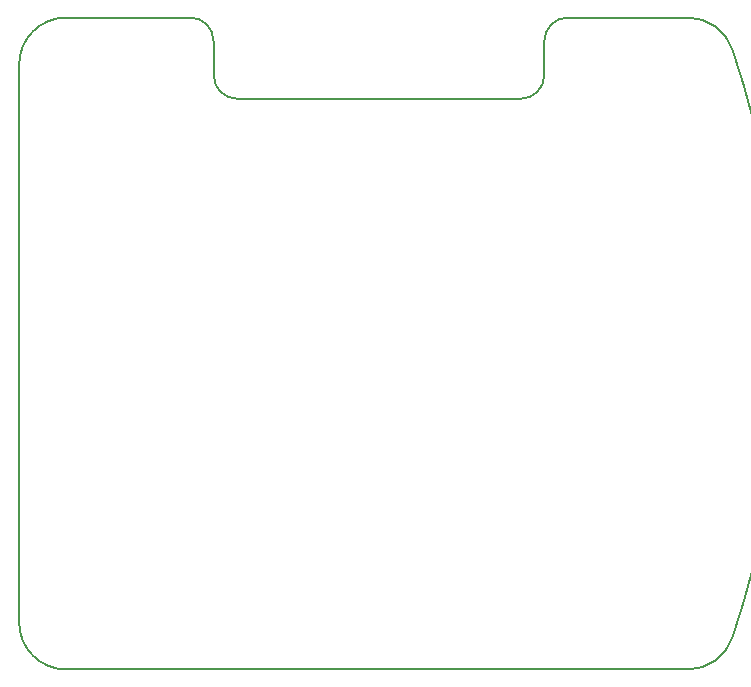
<source format=gbr>
%TF.GenerationSoftware,KiCad,Pcbnew,(6.0.0-0)*%
%TF.CreationDate,2022-01-22T21:55:44+01:00*%
%TF.ProjectId,GlowCore,476c6f77-436f-4726-952e-6b696361645f,rev?*%
%TF.SameCoordinates,Original*%
%TF.FileFunction,Profile,NP*%
%FSLAX46Y46*%
G04 Gerber Fmt 4.6, Leading zero omitted, Abs format (unit mm)*
G04 Created by KiCad (PCBNEW (6.0.0-0)) date 2022-01-22 21:55:44*
%MOMM*%
%LPD*%
G01*
G04 APERTURE LIST*
%TA.AperFunction,Profile*%
%ADD10C,0.200000*%
%TD*%
G04 APERTURE END LIST*
D10*
X164081999Y-81622682D02*
G75*
G03*
X162081999Y-83622682I-1J-1999999D01*
G01*
X174219026Y-136817313D02*
X121610001Y-136817319D01*
X134081999Y-86496001D02*
G75*
G03*
X136081999Y-88496001I1999999J-1D01*
G01*
X139081999Y-88496001D02*
X157081999Y-88496001D01*
X117610000Y-132817319D02*
G75*
G03*
X121610001Y-136817319I3999999J-1D01*
G01*
X157081999Y-88496001D02*
X160081999Y-88496001D01*
X174219026Y-136817313D02*
G75*
G03*
X178007272Y-134101521I0J3999999D01*
G01*
X162081999Y-86496001D02*
X162081999Y-83622682D01*
X136081999Y-88496001D02*
X139081999Y-88496001D01*
X121610000Y-81622682D02*
G75*
G03*
X117610000Y-85622682I0J-4000000D01*
G01*
X134081999Y-83622682D02*
G75*
G03*
X132081999Y-81622682I-1999999J1D01*
G01*
X160081999Y-88496001D02*
G75*
G03*
X162081999Y-86496001I1J1999999D01*
G01*
X164081999Y-81622682D02*
X174219025Y-81622682D01*
X117610000Y-132817319D02*
X117610000Y-85622682D01*
X121610000Y-81622682D02*
X132081999Y-81622682D01*
X178007272Y-134101521D02*
G75*
G03*
X178007271Y-84338474I-73397232J24881522D01*
G01*
X178007271Y-84338474D02*
G75*
G03*
X174219025Y-81622682I-3788246J-1284207D01*
G01*
X134081999Y-83622682D02*
X134081999Y-86496001D01*
M02*

</source>
